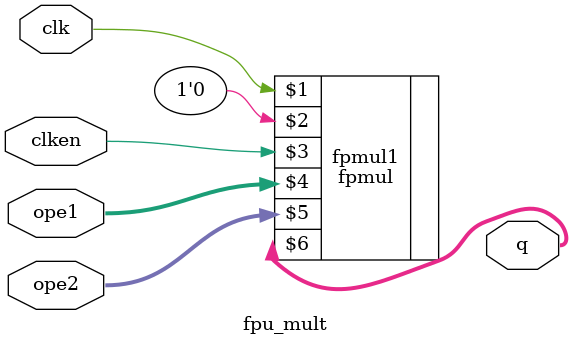
<source format=v>
module fpu_mult(clken,clk,ope1,ope2,q);
    input clken;
    input clk;
    input [31:0] ope1;
    input [31:0] ope2;
    output [31:0] q;

    fpmul fpmul1(clk,1'b0,clken,ope1,ope2,q);
endmodule

</source>
